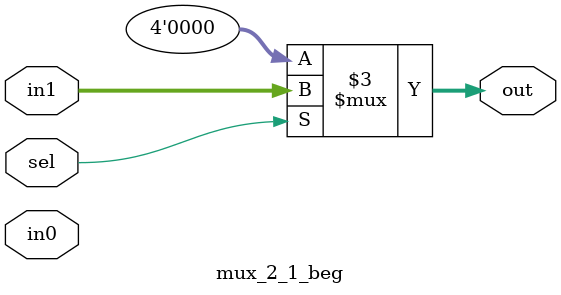
<source format=v>
`timescale 1ns / 1ps


module mux_2_1_beg(in0, in1, sel, out);

    input [3:0]in1;
    input in0, sel;
    output reg [3:0] out;
    
    always @(*)
    begin
        if(sel)
        begin
            out = in1;
        end
        else
        begin
            out = 1'b0;
        end
    end

endmodule

</source>
